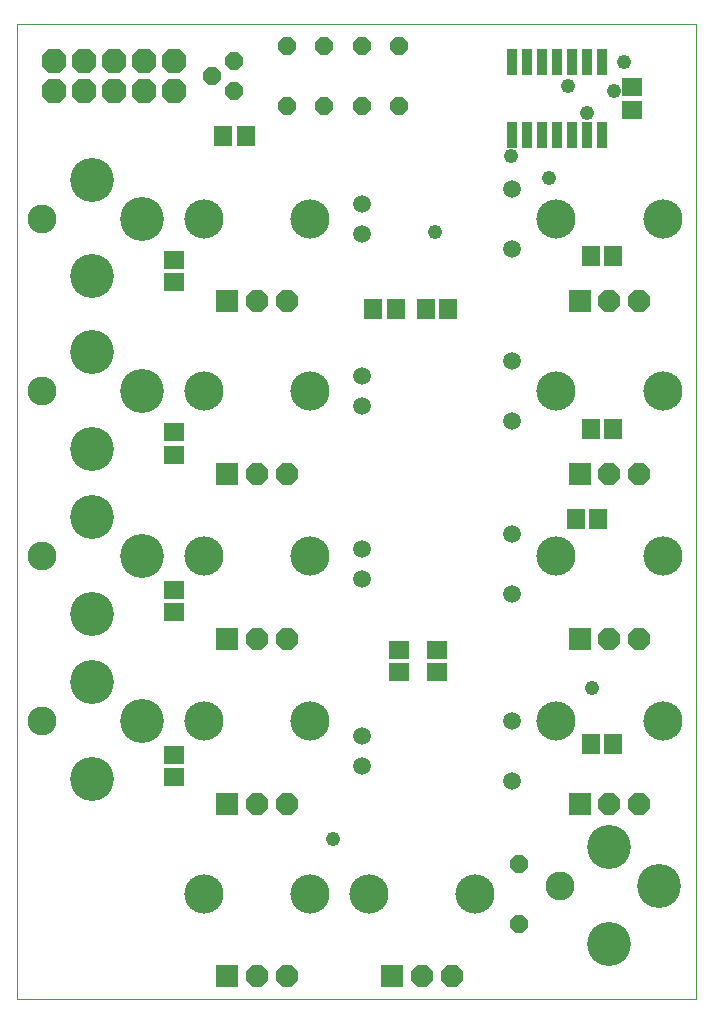
<source format=gbs>
G75*
%MOIN*%
%OFA0B0*%
%FSLAX25Y25*%
%IPPOS*%
%LPD*%
%AMOC8*
5,1,8,0,0,1.08239X$1,22.5*
%
%ADD10C,0.00000*%
%ADD11OC8,0.06000*%
%ADD12R,0.05918X0.06706*%
%ADD13R,0.06706X0.05918*%
%ADD14R,0.03400X0.08800*%
%ADD15C,0.14643*%
%ADD16C,0.09658*%
%ADD17C,0.05918*%
%ADD18OC8,0.08200*%
%ADD19R,0.07296X0.07296*%
%ADD20OC8,0.07296*%
%ADD21C,0.13068*%
%ADD22C,0.04800*%
D10*
X0001000Y0001000D02*
X0001000Y0325961D01*
X0227201Y0325961D01*
X0227201Y0001000D01*
X0001000Y0001000D01*
D11*
X0168500Y0026000D03*
X0168500Y0046000D03*
X0128500Y0298500D03*
X0116000Y0298500D03*
X0103500Y0298500D03*
X0091000Y0298500D03*
X0091000Y0318500D03*
X0103500Y0318500D03*
X0116000Y0318500D03*
X0128500Y0318500D03*
X0073500Y0313500D03*
X0073500Y0303500D03*
X0066000Y0308500D03*
D12*
X0069760Y0288500D03*
X0077240Y0288500D03*
X0119760Y0231000D03*
X0127240Y0231000D03*
X0137260Y0231000D03*
X0144740Y0231000D03*
X0192260Y0248500D03*
X0199740Y0248500D03*
X0199740Y0191000D03*
X0192260Y0191000D03*
X0194740Y0161000D03*
X0187260Y0161000D03*
X0192260Y0086000D03*
X0199740Y0086000D03*
D13*
X0141000Y0109760D03*
X0141000Y0117240D03*
X0128500Y0117240D03*
X0128500Y0109760D03*
X0053500Y0129760D03*
X0053500Y0137240D03*
X0053500Y0182260D03*
X0053500Y0189740D03*
X0053500Y0239760D03*
X0053500Y0247240D03*
X0053500Y0082240D03*
X0053500Y0074760D03*
X0206000Y0297260D03*
X0206000Y0304740D03*
D14*
X0196000Y0313100D03*
X0191000Y0313100D03*
X0186000Y0313100D03*
X0181000Y0313100D03*
X0176000Y0313100D03*
X0171000Y0313100D03*
X0166000Y0313100D03*
X0166000Y0288900D03*
X0171000Y0288900D03*
X0176000Y0288900D03*
X0181000Y0288900D03*
X0186000Y0288900D03*
X0191000Y0288900D03*
X0196000Y0288900D03*
D15*
X0042535Y0261000D03*
X0026000Y0273992D03*
X0026000Y0241709D03*
X0026000Y0216492D03*
X0042535Y0203500D03*
X0026000Y0184209D03*
X0026000Y0161492D03*
X0042535Y0148500D03*
X0026000Y0129209D03*
X0026000Y0106492D03*
X0042535Y0093500D03*
X0026000Y0074209D03*
X0198500Y0051492D03*
X0215035Y0038500D03*
X0198500Y0019209D03*
D16*
X0181965Y0038500D03*
X0009465Y0093500D03*
X0009465Y0148500D03*
X0009465Y0203500D03*
X0009465Y0261000D03*
D17*
X0116000Y0256000D03*
X0116000Y0266000D03*
X0116000Y0208500D03*
X0116000Y0198500D03*
X0116000Y0151000D03*
X0116000Y0141000D03*
X0116000Y0088500D03*
X0116000Y0078500D03*
X0166000Y0073500D03*
X0166000Y0093500D03*
X0166000Y0136000D03*
X0166000Y0156000D03*
X0166000Y0193500D03*
X0166000Y0213500D03*
X0166000Y0251000D03*
X0166000Y0271000D03*
D18*
X0053500Y0303500D03*
X0053500Y0313500D03*
X0043500Y0313500D03*
X0043500Y0303500D03*
X0033500Y0303500D03*
X0033500Y0313500D03*
X0023500Y0313500D03*
X0023500Y0303500D03*
X0013500Y0303500D03*
X0013500Y0313500D03*
D19*
X0071157Y0233441D03*
X0071157Y0175941D03*
X0071157Y0120941D03*
X0071157Y0065941D03*
X0071157Y0008441D03*
X0126157Y0008441D03*
X0188657Y0065941D03*
X0188657Y0120941D03*
X0188657Y0175941D03*
X0188657Y0233441D03*
D20*
X0198500Y0233441D03*
X0208343Y0233441D03*
X0208343Y0175941D03*
X0198500Y0175941D03*
X0198500Y0120941D03*
X0208343Y0120941D03*
X0208343Y0065941D03*
X0198500Y0065941D03*
X0145843Y0008441D03*
X0136000Y0008441D03*
X0090843Y0008441D03*
X0081000Y0008441D03*
X0081000Y0065941D03*
X0090843Y0065941D03*
X0090843Y0120941D03*
X0081000Y0120941D03*
X0081000Y0175941D03*
X0090843Y0175941D03*
X0090843Y0233441D03*
X0081000Y0233441D03*
D21*
X0063283Y0261000D03*
X0098717Y0261000D03*
X0098717Y0203500D03*
X0063283Y0203500D03*
X0063283Y0148500D03*
X0098717Y0148500D03*
X0098717Y0093500D03*
X0063283Y0093500D03*
X0063283Y0036000D03*
X0098717Y0036000D03*
X0118283Y0036000D03*
X0153717Y0036000D03*
X0180783Y0093500D03*
X0216217Y0093500D03*
X0216217Y0148500D03*
X0180783Y0148500D03*
X0180783Y0203500D03*
X0216217Y0203500D03*
X0216217Y0261000D03*
X0180783Y0261000D03*
D22*
X0178300Y0274600D03*
X0165700Y0281800D03*
X0184600Y0305200D03*
X0190900Y0296200D03*
X0199900Y0303400D03*
X0203500Y0313300D03*
X0140500Y0256600D03*
X0192700Y0104500D03*
X0106300Y0054100D03*
M02*

</source>
